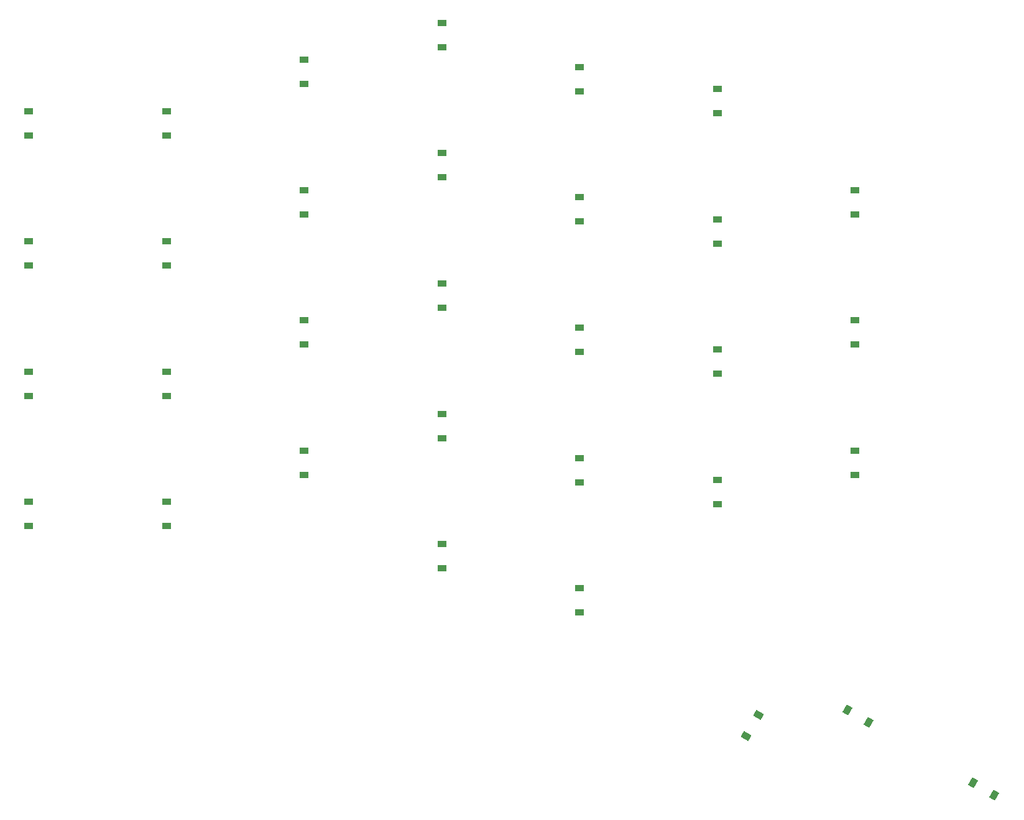
<source format=gbr>
%TF.GenerationSoftware,KiCad,Pcbnew,9.0.7*%
%TF.CreationDate,2026-01-28T22:46:33+01:00*%
%TF.ProjectId,board_left_finished,626f6172-645f-46c6-9566-745f66696e69,v1.0.0*%
%TF.SameCoordinates,Original*%
%TF.FileFunction,Paste,Top*%
%TF.FilePolarity,Positive*%
%FSLAX46Y46*%
G04 Gerber Fmt 4.6, Leading zero omitted, Abs format (unit mm)*
G04 Created by KiCad (PCBNEW 9.0.7) date 2026-01-28 22:46:33*
%MOMM*%
%LPD*%
G01*
G04 APERTURE LIST*
G04 Aperture macros list*
%AMRotRect*
0 Rectangle, with rotation*
0 The origin of the aperture is its center*
0 $1 length*
0 $2 width*
0 $3 Rotation angle, in degrees counterclockwise*
0 Add horizontal line*
21,1,$1,$2,0,0,$3*%
G04 Aperture macros list end*
%ADD10R,1.200000X0.900000*%
%ADD11RotRect,0.900000X1.200000X330.000000*%
%ADD12RotRect,0.900000X1.200000X240.000000*%
G04 APERTURE END LIST*
D10*
%TO.C,D1*%
X106000000Y-128600000D03*
X106000000Y-131900000D03*
%TD*%
%TO.C,D10*%
X143500000Y-103850000D03*
X143500000Y-107150000D03*
%TD*%
%TO.C,D8*%
X124750000Y-75350000D03*
X124750000Y-78650000D03*
%TD*%
%TO.C,D2*%
X106000000Y-110850000D03*
X106000000Y-114150000D03*
%TD*%
%TO.C,D18*%
X181000000Y-140350000D03*
X181000000Y-143650000D03*
%TD*%
D11*
%TO.C,D32*%
X234606658Y-166848200D03*
X237464542Y-168498200D03*
%TD*%
D10*
%TO.C,D7*%
X124750000Y-93100000D03*
X124750000Y-96400000D03*
%TD*%
%TO.C,D28*%
X218500000Y-103850000D03*
X218500000Y-107150000D03*
%TD*%
%TO.C,D13*%
X162250000Y-134350000D03*
X162250000Y-137650000D03*
%TD*%
D12*
%TO.C,D30*%
X205369200Y-157588958D03*
X203719200Y-160446842D03*
%TD*%
D10*
%TO.C,D17*%
X162250000Y-63350000D03*
X162250000Y-66650000D03*
%TD*%
%TO.C,D22*%
X181000000Y-69350000D03*
X181000000Y-72650000D03*
%TD*%
%TO.C,D27*%
X218500000Y-121600000D03*
X218500000Y-124900000D03*
%TD*%
%TO.C,D5*%
X124750000Y-128600000D03*
X124750000Y-131900000D03*
%TD*%
%TO.C,D3*%
X106000000Y-93100000D03*
X106000000Y-96400000D03*
%TD*%
%TO.C,D15*%
X162250000Y-98850000D03*
X162250000Y-102150000D03*
%TD*%
%TO.C,D20*%
X181000000Y-104850000D03*
X181000000Y-108150000D03*
%TD*%
%TO.C,D16*%
X162250000Y-81100000D03*
X162250000Y-84400000D03*
%TD*%
%TO.C,D9*%
X143500000Y-121600000D03*
X143500000Y-124900000D03*
%TD*%
%TO.C,D4*%
X106000000Y-75350000D03*
X106000000Y-78650000D03*
%TD*%
%TO.C,D19*%
X181000000Y-122600000D03*
X181000000Y-125900000D03*
%TD*%
%TO.C,D11*%
X143500000Y-86100000D03*
X143500000Y-89400000D03*
%TD*%
%TO.C,D21*%
X181000000Y-87100000D03*
X181000000Y-90400000D03*
%TD*%
%TO.C,D29*%
X218500000Y-86100000D03*
X218500000Y-89400000D03*
%TD*%
%TO.C,D24*%
X199750000Y-107850000D03*
X199750000Y-111150000D03*
%TD*%
%TO.C,D6*%
X124750000Y-110850000D03*
X124750000Y-114150000D03*
%TD*%
%TO.C,D26*%
X199750000Y-72350000D03*
X199750000Y-75650000D03*
%TD*%
%TO.C,D23*%
X199750000Y-125600000D03*
X199750000Y-128900000D03*
%TD*%
%TO.C,D25*%
X199750000Y-90100000D03*
X199750000Y-93400000D03*
%TD*%
%TO.C,D12*%
X143500000Y-68350000D03*
X143500000Y-71650000D03*
%TD*%
D11*
%TO.C,D31*%
X217459358Y-156948200D03*
X220317242Y-158598200D03*
%TD*%
D10*
%TO.C,D14*%
X162250000Y-116600000D03*
X162250000Y-119900000D03*
%TD*%
M02*

</source>
